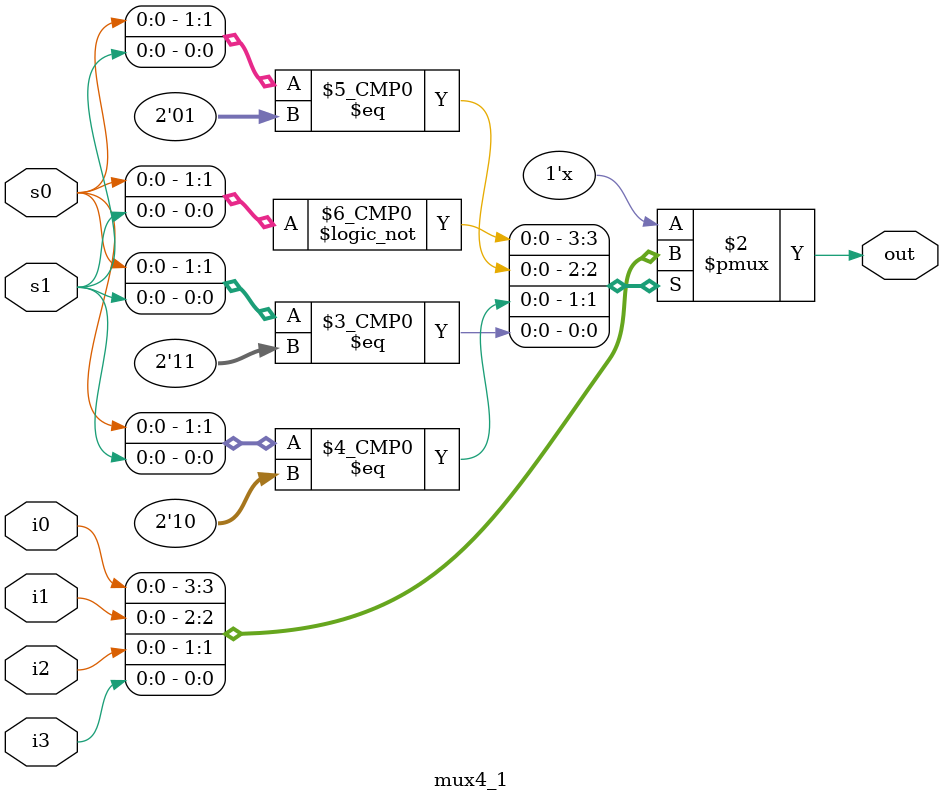
<source format=sv>
module mux4_1(input i0,i1,i2,i3,s0,s1,output out);
logic i0,i1,i2,i3,s0,s1;
logic out;
always @(*) begin
case({s0,s1})
 2'b00: out = i0;
 2'b01: out = i1;
 2'b10: out = i2;
 2'b11: out = i3;
 default: out = 0;
endcase

end
endmodule

</source>
